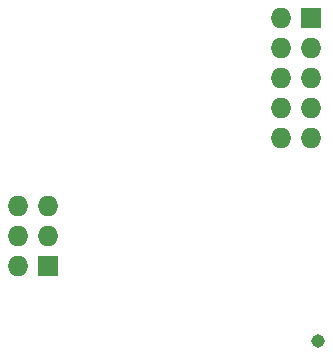
<source format=gbr>
%FSLAX46Y46*%
G04 Gerber Fmt 4.6, Leading zero omitted, Abs format (unit mm)*
G04 Created by KiCad (PCBNEW (2014-jul-16 BZR unknown)-product) date Wed 29 Oct 2014 15:34:50 GMT*
%MOMM*%
G01*
G04 APERTURE LIST*
%ADD10C,0.100000*%
%ADD11R,1.727200X1.727200*%
%ADD12O,1.727200X1.727200*%
%ADD13C,1.143000*%
G04 APERTURE END LIST*
D10*
D11*
X167005000Y-94615000D03*
D12*
X164465000Y-94615000D03*
X167005000Y-97155000D03*
X164465000Y-97155000D03*
X167005000Y-99695000D03*
X164465000Y-99695000D03*
X167005000Y-102235000D03*
X164465000Y-102235000D03*
X167005000Y-104775000D03*
X164465000Y-104775000D03*
D11*
X144780000Y-115570000D03*
D12*
X142240000Y-115570000D03*
X144780000Y-113030000D03*
X142240000Y-113030000D03*
X144780000Y-110490000D03*
X142240000Y-110490000D03*
D13*
X167640000Y-121920000D03*
M02*

</source>
